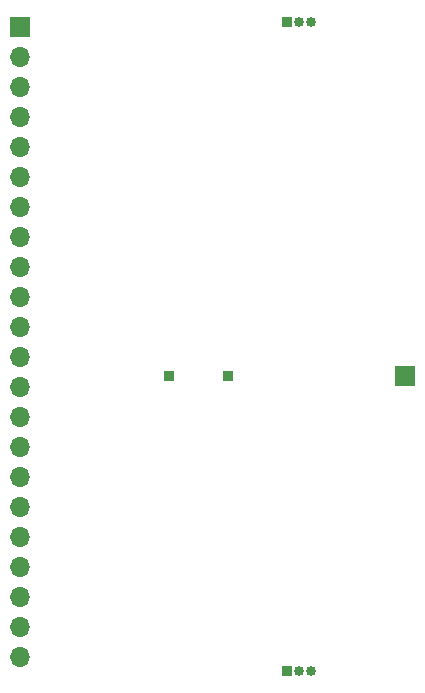
<source format=gbr>
%TF.GenerationSoftware,KiCad,Pcbnew,(5.1.10)-1*%
%TF.CreationDate,2021-07-01T21:13:48+10:00*%
%TF.ProjectId,Converter,436f6e76-6572-4746-9572-2e6b69636164,rev?*%
%TF.SameCoordinates,Original*%
%TF.FileFunction,Soldermask,Bot*%
%TF.FilePolarity,Negative*%
%FSLAX46Y46*%
G04 Gerber Fmt 4.6, Leading zero omitted, Abs format (unit mm)*
G04 Created by KiCad (PCBNEW (5.1.10)-1) date 2021-07-01 21:13:48*
%MOMM*%
%LPD*%
G01*
G04 APERTURE LIST*
%ADD10R,0.850000X0.850000*%
%ADD11O,0.850000X0.850000*%
%ADD12O,1.700000X1.700000*%
%ADD13R,1.700000X1.700000*%
G04 APERTURE END LIST*
D10*
%TO.C,REF\u002A\u002A*%
X155000000Y-125000000D03*
D11*
X156000000Y-125000000D03*
X157000000Y-125000000D03*
%TD*%
D10*
%TO.C,REF\u002A\u002A*%
X155000000Y-70000000D03*
D11*
X156000000Y-70000000D03*
X157000000Y-70000000D03*
%TD*%
D10*
%TO.C,REF\u002A\u002A*%
X150000000Y-100000000D03*
%TD*%
%TO.C,REF\u002A\u002A*%
X145000000Y-100000000D03*
%TD*%
D12*
%TO.C,J2*%
X132400000Y-123740000D03*
X132400000Y-121200000D03*
X132400000Y-118660000D03*
X132400000Y-116120000D03*
X132400000Y-113580000D03*
X132400000Y-111040000D03*
X132400000Y-108500000D03*
X132400000Y-105960000D03*
X132400000Y-103420000D03*
X132400000Y-100880000D03*
X132400000Y-98340000D03*
X132400000Y-95800000D03*
X132400000Y-93260000D03*
X132400000Y-90720000D03*
X132400000Y-88180000D03*
X132400000Y-85640000D03*
X132400000Y-83100000D03*
X132400000Y-80560000D03*
X132400000Y-78020000D03*
X132400000Y-75480000D03*
X132400000Y-72940000D03*
D13*
X132400000Y-70400000D03*
%TD*%
%TO.C,J3*%
X165000000Y-100000000D03*
%TD*%
M02*

</source>
